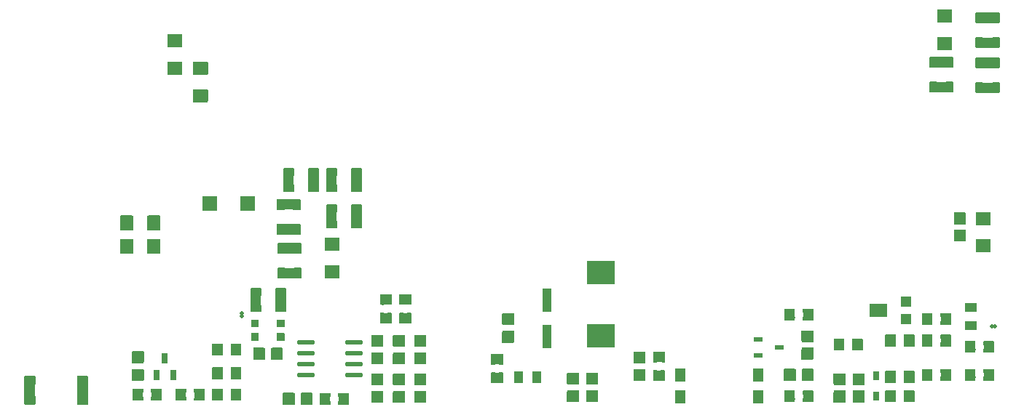
<source format=gbp>
G04*
G04 #@! TF.GenerationSoftware,Altium Limited,Altium Designer,22.0.2 (36)*
G04*
G04 Layer_Color=128*
%FSLAX25Y25*%
%MOIN*%
G70*
G04*
G04 #@! TF.SameCoordinates,859FC916-3FFD-46C2-8808-FF4F4C249E12*
G04*
G04*
G04 #@! TF.FilePolarity,Positive*
G04*
G01*
G75*
%ADD57R,0.07874X0.06000*%
%ADD58R,0.05118X0.04724*%
%ADD59R,0.04459X0.05421*%
%ADD60R,0.06803X0.05847*%
%ADD61R,0.11055X0.05049*%
%ADD62R,0.05510X0.03937*%
%ADD63R,0.05118X0.05906*%
%ADD64R,0.12992X0.10630*%
%ADD65R,0.05315X0.05551*%
%ADD66R,0.05421X0.04459*%
%ADD67R,0.05551X0.05315*%
%ADD68R,0.02756X0.04921*%
%ADD69C,0.01968*%
%ADD70R,0.05049X0.11055*%
%ADD71R,0.05847X0.06803*%
%ADD72R,0.03402X0.03175*%
%ADD73R,0.03937X0.05510*%
%ADD74R,0.02953X0.03937*%
%ADD75R,0.04213X0.02362*%
%ADD76R,0.04331X0.11024*%
%ADD77O,0.08051X0.02315*%
%ADD78R,0.05049X0.13606*%
%ADD79R,0.07087X0.06693*%
G36*
X180567Y172549D02*
Y167490D01*
X180173Y167096D01*
X178716D01*
X178322Y167490D01*
Y168691D01*
X177928Y169084D01*
X176402D01*
X176009Y168691D01*
Y167490D01*
X175615Y167096D01*
X174157D01*
X173764Y167490D01*
Y172549D01*
X174157Y172943D01*
X180173D01*
X180567Y172549D01*
D02*
G37*
G36*
Y160010D02*
Y154951D01*
X180173Y154557D01*
X174157D01*
X173764Y154951D01*
Y160010D01*
X174157Y160404D01*
X175615D01*
X176009Y160010D01*
Y158809D01*
X176402Y158416D01*
X177928D01*
X178322Y158809D01*
Y160010D01*
X178716Y160404D01*
X180173D01*
X180567Y160010D01*
D02*
G37*
G36*
X192378D02*
Y154951D01*
X191984Y154557D01*
X190527D01*
X190133Y154951D01*
Y156151D01*
X189739Y156545D01*
X188214D01*
X187820Y156151D01*
Y154951D01*
X187426Y154557D01*
X185968D01*
X185575Y154951D01*
Y160010D01*
X185968Y160404D01*
X191984D01*
X192378Y160010D01*
D02*
G37*
G36*
Y147470D02*
Y142411D01*
X191984Y142018D01*
X185968D01*
X185575Y142411D01*
Y147470D01*
X185968Y147864D01*
X187426D01*
X187820Y147470D01*
Y146270D01*
X188214Y145876D01*
X189739D01*
X190133Y146270D01*
Y147470D01*
X190527Y147864D01*
X191984D01*
X192378Y147470D01*
D02*
G37*
G36*
X262889Y111433D02*
Y101165D01*
X262495Y100772D01*
X258233D01*
X257840Y101165D01*
Y104026D01*
X258233Y104420D01*
X259163D01*
X259556Y104814D01*
Y107785D01*
X259163Y108179D01*
X258233D01*
X257840Y108572D01*
Y111433D01*
X258233Y111827D01*
X262495D01*
X262889Y111433D01*
D02*
G37*
G36*
X251540D02*
Y108572D01*
X251147Y108179D01*
X250217D01*
X249824Y107785D01*
Y104814D01*
X250217Y104420D01*
X251147D01*
X251540Y104026D01*
Y101165D01*
X251147Y100772D01*
X246885D01*
X246491Y101165D01*
Y111433D01*
X246885Y111827D01*
X251147D01*
X251540Y111433D01*
D02*
G37*
G36*
X243204D02*
Y101165D01*
X242810Y100772D01*
X238548D01*
X238155Y101165D01*
Y104026D01*
X238548Y104420D01*
X239478D01*
X239871Y104814D01*
Y107785D01*
X239478Y108179D01*
X238548D01*
X238155Y108572D01*
Y111433D01*
X238548Y111827D01*
X242810D01*
X243204Y111433D01*
D02*
G37*
G36*
X231855D02*
Y108572D01*
X231462Y108179D01*
X230532D01*
X230139Y107785D01*
Y104814D01*
X230532Y104420D01*
X231462D01*
X231855Y104026D01*
Y101165D01*
X231462Y100772D01*
X227200D01*
X226806Y101165D01*
Y111433D01*
X227200Y111827D01*
X231462D01*
X231855Y111433D01*
D02*
G37*
G36*
X234858Y97141D02*
Y92879D01*
X234465Y92485D01*
X231604D01*
X231210Y92879D01*
Y93808D01*
X230816Y94202D01*
X227845D01*
X227451Y93808D01*
Y92879D01*
X227058Y92485D01*
X224197D01*
X223803Y92879D01*
Y97141D01*
X224197Y97535D01*
X234465D01*
X234858Y97141D01*
D02*
G37*
G36*
Y85792D02*
Y81530D01*
X234465Y81137D01*
X224197D01*
X223803Y81530D01*
Y85792D01*
X224197Y86186D01*
X227058D01*
X227451Y85792D01*
Y84863D01*
X227845Y84469D01*
X230816D01*
X231210Y84863D01*
Y85792D01*
X231604Y86186D01*
X234465D01*
X234858Y85792D01*
D02*
G37*
G36*
X262889Y94701D02*
Y84433D01*
X262495Y84039D01*
X258233D01*
X257840Y84433D01*
Y87294D01*
X258233Y87687D01*
X259163D01*
X259556Y88081D01*
Y91053D01*
X259163Y91446D01*
X258233D01*
X257840Y91840D01*
Y94701D01*
X258233Y95095D01*
X262495D01*
X262889Y94701D01*
D02*
G37*
G36*
X251540D02*
Y91840D01*
X251147Y91446D01*
X250217D01*
X249824Y91053D01*
Y88081D01*
X250217Y87687D01*
X251147D01*
X251540Y87294D01*
Y84433D01*
X251147Y84039D01*
X246885D01*
X246491Y84433D01*
Y94701D01*
X246885Y95095D01*
X251147D01*
X251540Y94701D01*
D02*
G37*
G36*
X170610Y89622D02*
Y83606D01*
X170217Y83213D01*
X165157D01*
X164764Y83606D01*
Y85064D01*
X165157Y85458D01*
X166358D01*
X166752Y85851D01*
Y87377D01*
X166358Y87771D01*
X165157D01*
X164764Y88164D01*
Y89622D01*
X165157Y90016D01*
X170217D01*
X170610Y89622D01*
D02*
G37*
G36*
X158071D02*
Y88164D01*
X157677Y87771D01*
X156477D01*
X156083Y87377D01*
Y85851D01*
X156477Y85458D01*
X157677D01*
X158071Y85064D01*
Y83606D01*
X157677Y83213D01*
X152618D01*
X152224Y83606D01*
Y89622D01*
X152618Y90016D01*
X157677D01*
X158071Y89622D01*
D02*
G37*
G36*
X252614Y79242D02*
Y74183D01*
X252221Y73789D01*
X250763D01*
X250369Y74183D01*
Y75384D01*
X249975Y75777D01*
X248450D01*
X248056Y75384D01*
Y74183D01*
X247662Y73789D01*
X246205D01*
X245811Y74183D01*
Y79242D01*
X246205Y79636D01*
X252221D01*
X252614Y79242D01*
D02*
G37*
G36*
X170610Y78795D02*
Y72780D01*
X170217Y72386D01*
X165157D01*
X164764Y72780D01*
Y74237D01*
X165157Y74631D01*
X166358D01*
X166752Y75025D01*
Y76550D01*
X166358Y76944D01*
X165157D01*
X164764Y77338D01*
Y78795D01*
X165157Y79189D01*
X170217D01*
X170610Y78795D01*
D02*
G37*
G36*
X158071D02*
Y77338D01*
X157677Y76944D01*
X156477D01*
X156083Y76550D01*
Y75025D01*
X156477Y74631D01*
X157677D01*
X158071Y74237D01*
Y72780D01*
X157677Y72386D01*
X152618D01*
X152224Y72780D01*
Y78795D01*
X152618Y79189D01*
X157677D01*
X158071Y78795D01*
D02*
G37*
G36*
X235183Y77001D02*
Y72739D01*
X234789Y72346D01*
X231928D01*
X231534Y72739D01*
Y73669D01*
X231141Y74062D01*
X228169D01*
X227776Y73669D01*
Y72739D01*
X227382Y72346D01*
X224521D01*
X224127Y72739D01*
Y77001D01*
X224521Y77395D01*
X234789D01*
X235183Y77001D01*
D02*
G37*
G36*
X252614Y66703D02*
Y61644D01*
X252221Y61250D01*
X246205D01*
X245811Y61644D01*
Y66703D01*
X246205Y67096D01*
X247662D01*
X248056Y66703D01*
Y65502D01*
X248450Y65109D01*
X249975D01*
X250369Y65502D01*
Y66703D01*
X250763Y67096D01*
X252221D01*
X252614Y66703D01*
D02*
G37*
G36*
X235183Y65653D02*
Y61391D01*
X234789Y60997D01*
X224521D01*
X224127Y61391D01*
Y65653D01*
X224521Y66046D01*
X227382D01*
X227776Y65653D01*
Y64723D01*
X228169Y64329D01*
X231141D01*
X231534Y64723D01*
Y65653D01*
X231928Y66046D01*
X234789D01*
X235183Y65653D01*
D02*
G37*
G36*
X285391Y53719D02*
Y49192D01*
X285194Y48995D01*
X283580Y49014D01*
Y50747D01*
X281808D01*
Y48995D01*
X280155Y48995D01*
X279958Y49192D01*
Y53719D01*
X280155Y53916D01*
X285194D01*
X285391Y53719D01*
D02*
G37*
G36*
X276533Y53719D02*
Y49191D01*
X276336Y48994D01*
X274683Y49014D01*
Y50746D01*
X272911D01*
Y48975D01*
X271297Y48994D01*
X271100Y49191D01*
Y53719D01*
X271297Y53916D01*
X276336D01*
X276533Y53719D01*
D02*
G37*
G36*
X228165Y56311D02*
Y46043D01*
X227771Y45650D01*
X223509D01*
X223115Y46043D01*
Y48904D01*
X223509Y49298D01*
X224438D01*
X224832Y49692D01*
Y52663D01*
X224438Y53057D01*
X223509D01*
X223115Y53450D01*
Y56311D01*
X223509Y56705D01*
X227771D01*
X228165Y56311D01*
D02*
G37*
G36*
X216816D02*
Y53450D01*
X216422Y53057D01*
X215493D01*
X215099Y52663D01*
Y49692D01*
X215493Y49298D01*
X216422D01*
X216816Y48904D01*
Y46043D01*
X216422Y45650D01*
X212160D01*
X211767Y46043D01*
Y56311D01*
X212160Y56705D01*
X216422D01*
X216816Y56311D01*
D02*
G37*
G36*
X285194Y45451D02*
X285391Y45255D01*
Y40727D01*
X285194Y40530D01*
X280155D01*
X279958Y40727D01*
Y45255D01*
X280155Y45451D01*
X281808Y45432D01*
Y43699D01*
X283580D01*
Y45471D01*
X285194Y45451D01*
D02*
G37*
G36*
X276533Y45254D02*
Y40727D01*
X276336Y40530D01*
X271297D01*
X271100Y40727D01*
Y45254D01*
X271297Y45451D01*
X272911Y45431D01*
Y43699D01*
X274683D01*
Y45451D01*
X276336Y45451D01*
X276533Y45254D01*
D02*
G37*
G36*
X227412Y42090D02*
Y38940D01*
X227215Y38743D01*
X226317D01*
Y40200D01*
X225018D01*
Y38743D01*
X224065D01*
X223868Y38940D01*
Y42090D01*
X224065Y42287D01*
X227215D01*
X227412Y42090D01*
D02*
G37*
G36*
X215601D02*
Y38940D01*
X215404Y38743D01*
X214506D01*
Y40200D01*
X213207D01*
Y38743D01*
X212254D01*
X212057Y38940D01*
Y42090D01*
X212254Y42287D01*
X215404D01*
X215601Y42090D01*
D02*
G37*
G36*
X227412Y35791D02*
Y32680D01*
X227215Y32484D01*
X224065D01*
X223868Y32680D01*
Y35791D01*
X224065Y35987D01*
X225018D01*
Y34492D01*
X226317D01*
Y35987D01*
X227215D01*
X227412Y35791D01*
D02*
G37*
G36*
X215601D02*
Y32680D01*
X215404Y32484D01*
X212254D01*
X212057Y32680D01*
Y35791D01*
X212254Y35987D01*
X213207D01*
Y34492D01*
X214506D01*
Y35987D01*
X215404D01*
X215601Y35791D01*
D02*
G37*
G36*
X282360Y34920D02*
Y30392D01*
X282163Y30196D01*
X280509Y30215D01*
Y31947D01*
X278738D01*
Y30176D01*
X277123Y30196D01*
X276926Y30392D01*
Y34920D01*
X277123Y35117D01*
X282163D01*
X282360Y34920D01*
D02*
G37*
G36*
X272517D02*
Y30392D01*
X272320Y30196D01*
X270667Y30215D01*
Y31947D01*
X268895D01*
Y30176D01*
X267281Y30196D01*
X267084Y30392D01*
Y34920D01*
X267281Y35117D01*
X272320D01*
X272517Y34920D01*
D02*
G37*
G36*
X207675Y31042D02*
Y26002D01*
X207478Y25806D01*
X202950D01*
X202753Y26002D01*
X202773Y27656D01*
X204505D01*
Y29427D01*
X202733D01*
X202753Y31042D01*
X202950Y31239D01*
X207478D01*
X207675Y31042D01*
D02*
G37*
G36*
X199210D02*
X199190Y29427D01*
X197458D01*
Y27656D01*
X199210D01*
X199210Y26002D01*
X199013Y25806D01*
X194485D01*
X194289Y26002D01*
Y31042D01*
X194485Y31239D01*
X199013D01*
X199210Y31042D01*
D02*
G37*
G36*
X282360Y26455D02*
Y21928D01*
X282163Y21731D01*
X277123D01*
X276926Y21928D01*
Y26455D01*
X277123Y26652D01*
X278738Y26632D01*
Y24900D01*
X280509D01*
Y26652D01*
X282163Y26652D01*
X282360Y26455D01*
D02*
G37*
G36*
X272517D02*
Y21928D01*
X272320Y21731D01*
X267281D01*
X267084Y21928D01*
Y26455D01*
X267281Y26652D01*
X268895Y26632D01*
Y24900D01*
X270667D01*
Y26652D01*
X272320Y26652D01*
X272517Y26455D01*
D02*
G37*
G36*
X226441Y29139D02*
Y24100D01*
X226244Y23903D01*
X221716D01*
X221520Y24100D01*
X221539Y25753D01*
X223272D01*
Y27525D01*
X221500D01*
X221520Y29139D01*
X221716Y29336D01*
X226244D01*
X226441Y29139D01*
D02*
G37*
G36*
X217976D02*
X217957Y27525D01*
X216224D01*
Y25753D01*
X217976D01*
X217976Y24100D01*
X217779Y23903D01*
X213252D01*
X213055Y24100D01*
Y29139D01*
X213252Y29336D01*
X217779D01*
X217976Y29139D01*
D02*
G37*
G36*
X163126Y27505D02*
Y22978D01*
X162929Y22781D01*
X161315Y22801D01*
Y24533D01*
X159543D01*
Y22781D01*
X157890Y22781D01*
X157693Y22978D01*
Y27505D01*
X157890Y27702D01*
X162929D01*
X163126Y27505D01*
D02*
G37*
G36*
X162929Y19238D02*
X163126Y19041D01*
Y14513D01*
X162929Y14317D01*
X157890D01*
X157693Y14513D01*
Y19041D01*
X157890Y19238D01*
X159543Y19218D01*
Y17486D01*
X161315D01*
Y19258D01*
X162929Y19238D01*
D02*
G37*
G36*
X207675Y20215D02*
Y15176D01*
X207478Y14979D01*
X202950D01*
X202753Y15176D01*
X202773Y16829D01*
X204505D01*
Y18601D01*
X202733D01*
X202753Y20215D01*
X202950Y20412D01*
X207478D01*
X207675Y20215D01*
D02*
G37*
G36*
X199210D02*
X199190Y18601D01*
X197458D01*
Y16829D01*
X199210D01*
X199210Y15176D01*
X199013Y14979D01*
X194485D01*
X194289Y15176D01*
Y20215D01*
X194485Y20412D01*
X199013D01*
X199210Y20215D01*
D02*
G37*
G36*
X282360Y17203D02*
Y12676D01*
X282163Y12479D01*
X280509Y12499D01*
Y14231D01*
X278738D01*
Y12459D01*
X277123Y12479D01*
X276926Y12676D01*
Y17203D01*
X277123Y17400D01*
X282163D01*
X282360Y17203D01*
D02*
G37*
G36*
X272517Y17203D02*
Y12676D01*
X272320Y12479D01*
X270667Y12498D01*
Y14231D01*
X268895D01*
Y12459D01*
X267281Y12479D01*
X267084Y12676D01*
Y17203D01*
X267281Y17400D01*
X272320D01*
X272517Y17203D01*
D02*
G37*
G36*
X282360Y8739D02*
Y4211D01*
X282163Y4014D01*
X277123D01*
X276926Y4211D01*
Y8739D01*
X277123Y8936D01*
X278738Y8916D01*
Y7184D01*
X280509D01*
Y8936D01*
X282163Y8936D01*
X282360Y8739D01*
D02*
G37*
G36*
X272517Y8739D02*
Y4211D01*
X272320Y4014D01*
X267281D01*
X267084Y4211D01*
Y8739D01*
X267281Y8935D01*
X268895Y8916D01*
Y7183D01*
X270667D01*
Y8935D01*
X272320Y8935D01*
X272517Y8739D01*
D02*
G37*
G36*
X190942Y10373D02*
Y5333D01*
X190745Y5136D01*
X186218D01*
X186021Y5333D01*
X186041Y6948D01*
X187773D01*
Y8719D01*
X186021D01*
X186021Y10373D01*
X186218Y10570D01*
X190745D01*
X190942Y10373D01*
D02*
G37*
G36*
X182477D02*
X182458Y8719D01*
X180726D01*
Y6948D01*
X182497D01*
X182477Y5333D01*
X182281Y5136D01*
X177753D01*
X177556Y5333D01*
Y10373D01*
X177753Y10570D01*
X182281D01*
X182477Y10373D01*
D02*
G37*
G36*
X171257D02*
Y5333D01*
X171061Y5136D01*
X166533D01*
X166336Y5333D01*
X166356Y6948D01*
X168088D01*
Y8719D01*
X166336D01*
X166336Y10373D01*
X166533Y10570D01*
X171061D01*
X171257Y10373D01*
D02*
G37*
G36*
X162793D02*
X162773Y8719D01*
X161041D01*
Y6948D01*
X162813D01*
X162793Y5333D01*
X162596Y5136D01*
X158069D01*
X157872Y5333D01*
Y10373D01*
X158069Y10570D01*
X162596D01*
X162793Y10373D01*
D02*
G37*
G36*
X207675Y10373D02*
Y5333D01*
X207478Y5136D01*
X202950D01*
X202753Y5333D01*
X202773Y6987D01*
X204505D01*
Y8758D01*
X202733D01*
X202753Y10373D01*
X202950Y10569D01*
X207478D01*
X207675Y10373D01*
D02*
G37*
G36*
X199210D02*
X199190Y8758D01*
X197458D01*
Y6987D01*
X199210D01*
X199210Y5333D01*
X199013Y5136D01*
X194485D01*
X194289Y5333D01*
Y10373D01*
X194485Y10569D01*
X199013D01*
X199210Y10373D01*
D02*
G37*
G36*
X240056Y8483D02*
Y3444D01*
X239860Y3247D01*
X235332D01*
X235135Y3444D01*
X235155Y5097D01*
X236887D01*
Y6869D01*
X235115D01*
X235135Y8483D01*
X235332Y8680D01*
X239860D01*
X240056Y8483D01*
D02*
G37*
G36*
X231592D02*
X231572Y6869D01*
X229840D01*
Y5097D01*
X231592D01*
X231592Y3444D01*
X231395Y3247D01*
X226868D01*
X226671Y3444D01*
Y8483D01*
X226868Y8680D01*
X231395D01*
X231592Y8483D01*
D02*
G37*
G36*
X256887Y8404D02*
Y3365D01*
X256691Y3168D01*
X252163D01*
X251966Y3365D01*
X251986Y4979D01*
X253718D01*
Y6751D01*
X251966D01*
X251966Y8404D01*
X252163Y8601D01*
X256691D01*
X256887Y8404D01*
D02*
G37*
G36*
X248423D02*
X248403Y6751D01*
X246671D01*
Y4979D01*
X248443D01*
X248423Y3365D01*
X248226Y3168D01*
X243698D01*
X243501Y3365D01*
Y8404D01*
X243698Y8601D01*
X248226D01*
X248423Y8404D01*
D02*
G37*
G36*
X137562Y16231D02*
Y3412D01*
X137168Y3018D01*
X132906D01*
X132512Y3412D01*
Y7115D01*
X132906Y7508D01*
X133835D01*
X134229Y7902D01*
Y11741D01*
X133835Y12134D01*
X132906D01*
X132512Y12528D01*
Y16231D01*
X132906Y16624D01*
X137168D01*
X137562Y16231D01*
D02*
G37*
G36*
X113418D02*
Y12528D01*
X113024Y12134D01*
X112095D01*
X111701Y11741D01*
Y7902D01*
X112095Y7508D01*
X113024D01*
X113418Y7115D01*
Y3412D01*
X113024Y3018D01*
X108762D01*
X108368Y3412D01*
Y16231D01*
X108762Y16624D01*
X113024D01*
X113418Y16231D01*
D02*
G37*
G36*
X532929Y184026D02*
Y178967D01*
X532536Y178573D01*
X531078D01*
X530684Y178967D01*
Y180167D01*
X530290Y180561D01*
X528765D01*
X528371Y180167D01*
Y178967D01*
X527977Y178573D01*
X526520D01*
X526126Y178967D01*
Y184026D01*
X526520Y184419D01*
X532536D01*
X532929Y184026D01*
D02*
G37*
G36*
X554740Y182771D02*
Y178509D01*
X554347Y178115D01*
X551486D01*
X551092Y178509D01*
Y179438D01*
X550698Y179832D01*
X547727D01*
X547333Y179438D01*
Y178509D01*
X546940Y178115D01*
X544079D01*
X543685Y178509D01*
Y182771D01*
X544079Y183165D01*
X554347D01*
X554740Y182771D01*
D02*
G37*
G36*
Y171422D02*
Y167160D01*
X554347Y166767D01*
X544079D01*
X543685Y167160D01*
Y171422D01*
X544079Y171816D01*
X546940D01*
X547333Y171422D01*
Y170493D01*
X547727Y170099D01*
X550698D01*
X551092Y170493D01*
Y171422D01*
X551486Y171816D01*
X554347D01*
X554740Y171422D01*
D02*
G37*
G36*
X532929Y171486D02*
Y166427D01*
X532536Y166033D01*
X526520D01*
X526126Y166427D01*
Y171486D01*
X526520Y171880D01*
X527977D01*
X528371Y171486D01*
Y170286D01*
X528765Y169892D01*
X530290D01*
X530684Y170286D01*
Y171486D01*
X531078Y171880D01*
X532536D01*
X532929Y171486D01*
D02*
G37*
G36*
X533480Y162367D02*
Y158105D01*
X533087Y157712D01*
X530226D01*
X529832Y158105D01*
Y159035D01*
X529438Y159428D01*
X526467D01*
X526073Y159035D01*
Y158105D01*
X525680Y157712D01*
X522819D01*
X522425Y158105D01*
Y162367D01*
X522819Y162761D01*
X533087D01*
X533480Y162367D01*
D02*
G37*
G36*
X554740Y162101D02*
Y157840D01*
X554347Y157446D01*
X551486D01*
X551092Y157840D01*
Y158769D01*
X550698Y159163D01*
X547727D01*
X547333Y158769D01*
Y157840D01*
X546940Y157446D01*
X544079D01*
X543685Y157840D01*
Y162101D01*
X544079Y162495D01*
X554347D01*
X554740Y162101D01*
D02*
G37*
G36*
X533480Y151019D02*
Y146757D01*
X533087Y146363D01*
X522819D01*
X522425Y146757D01*
Y151019D01*
X522819Y151412D01*
X525680D01*
X526073Y151019D01*
Y150089D01*
X526467Y149696D01*
X529438D01*
X529832Y150089D01*
Y151019D01*
X530226Y151412D01*
X533087D01*
X533480Y151019D01*
D02*
G37*
G36*
X554740Y150753D02*
Y146491D01*
X554347Y146098D01*
X544079D01*
X543685Y146491D01*
Y150753D01*
X544079Y151147D01*
X546940D01*
X547333Y150753D01*
Y149824D01*
X547727Y149430D01*
X550698D01*
X551092Y149824D01*
Y150753D01*
X551486Y151147D01*
X554347D01*
X554740Y150753D01*
D02*
G37*
G36*
X539213Y91240D02*
Y86712D01*
X539016Y86516D01*
X537401Y86535D01*
Y88268D01*
X535630D01*
Y86516D01*
X533977Y86516D01*
X533780Y86712D01*
Y91240D01*
X533977Y91437D01*
X539016D01*
X539213Y91240D01*
D02*
G37*
G36*
X550646Y91112D02*
Y86053D01*
X550252Y85659D01*
X548794D01*
X548401Y86053D01*
Y87254D01*
X548007Y87647D01*
X546481D01*
X546088Y87254D01*
Y86053D01*
X545694Y85659D01*
X544236D01*
X543843Y86053D01*
Y91112D01*
X544236Y91506D01*
X550252D01*
X550646Y91112D01*
D02*
G37*
G36*
X539016Y82972D02*
X539213Y82775D01*
Y78248D01*
X539016Y78051D01*
X533977D01*
X533780Y78248D01*
Y82775D01*
X533977Y82972D01*
X535630Y82953D01*
Y81220D01*
X537401D01*
Y82992D01*
X539016Y82972D01*
D02*
G37*
G36*
X550646Y78573D02*
Y73514D01*
X550252Y73120D01*
X544236D01*
X543843Y73514D01*
Y78573D01*
X544236Y78966D01*
X545694D01*
X546088Y78573D01*
Y77372D01*
X546481Y76979D01*
X548007D01*
X548401Y77372D01*
Y78573D01*
X548794Y78966D01*
X550252D01*
X550646Y78573D01*
D02*
G37*
G36*
X469488Y47008D02*
Y41969D01*
X469291Y41772D01*
X464764D01*
X464567Y41969D01*
X464586Y43583D01*
X466319D01*
Y45355D01*
X464567D01*
X464567Y47008D01*
X464764Y47205D01*
X469291D01*
X469488Y47008D01*
D02*
G37*
G36*
X461023D02*
X461004Y45355D01*
X459271D01*
Y43583D01*
X461043D01*
X461023Y41969D01*
X460827Y41772D01*
X456299D01*
X456102Y41969D01*
Y47008D01*
X456299Y47205D01*
X460827D01*
X461023Y47008D01*
D02*
G37*
G36*
X332362Y44784D02*
Y40256D01*
X332165Y40059D01*
X330512Y40079D01*
Y41811D01*
X328740D01*
Y40039D01*
X327126Y40059D01*
X326929Y40256D01*
Y44784D01*
X327126Y44980D01*
X332165D01*
X332362Y44784D01*
D02*
G37*
G36*
X532480Y45039D02*
Y40000D01*
X532283Y39803D01*
X527756D01*
X527559Y40000D01*
X527579Y41614D01*
X529311D01*
Y43386D01*
X527559D01*
X527559Y45039D01*
X527756Y45236D01*
X532283D01*
X532480Y45039D01*
D02*
G37*
G36*
X524016D02*
X523996Y43386D01*
X522264D01*
Y41614D01*
X524035D01*
X524016Y40000D01*
X523819Y39803D01*
X519291D01*
X519094Y40000D01*
Y45039D01*
X519291Y45236D01*
X523819D01*
X524016Y45039D01*
D02*
G37*
G36*
X332362Y36319D02*
Y31791D01*
X332165Y31595D01*
X327126D01*
X326929Y31791D01*
Y36319D01*
X327126Y36516D01*
X328740Y36496D01*
Y34764D01*
X330512D01*
Y36516D01*
X332165Y36516D01*
X332362Y36319D01*
D02*
G37*
G36*
X469370Y37106D02*
Y32579D01*
X469173Y32382D01*
X467520Y32402D01*
Y34134D01*
X465748D01*
Y32362D01*
X464134Y32382D01*
X463937Y32579D01*
Y37106D01*
X464134Y37303D01*
X469173D01*
X469370Y37106D01*
D02*
G37*
G36*
X292202Y34920D02*
Y30392D01*
X292005Y30196D01*
X290352Y30215D01*
Y31947D01*
X288580D01*
Y30176D01*
X286966Y30196D01*
X286769Y30392D01*
Y34920D01*
X286966Y35117D01*
X292005D01*
X292202Y34920D01*
D02*
G37*
G36*
X532480Y35197D02*
Y30158D01*
X532283Y29961D01*
X527756D01*
X527559Y30158D01*
X527579Y31772D01*
X529311D01*
Y33544D01*
X527559D01*
X527559Y35197D01*
X527756Y35394D01*
X532283D01*
X532480Y35197D01*
D02*
G37*
G36*
X524016D02*
X523996Y33544D01*
X522264D01*
Y31772D01*
X524035D01*
X524016Y30158D01*
X523819Y29961D01*
X519291D01*
X519094Y30158D01*
Y35197D01*
X519291Y35394D01*
X523819D01*
X524016Y35197D01*
D02*
G37*
G36*
X515748D02*
Y30158D01*
X515551Y29961D01*
X511023D01*
X510826Y30158D01*
X510846Y31772D01*
X512578D01*
Y33544D01*
X510827D01*
X510826Y35197D01*
X511023Y35394D01*
X515551D01*
X515748Y35197D01*
D02*
G37*
G36*
X507283D02*
X507264Y33544D01*
X505531D01*
Y31772D01*
X507303D01*
X507283Y30158D01*
X507086Y29961D01*
X502559D01*
X502362Y30158D01*
Y35197D01*
X502559Y35394D01*
X507086D01*
X507283Y35197D01*
D02*
G37*
G36*
X492126Y33228D02*
Y28189D01*
X491929Y27992D01*
X487402D01*
X487205Y28189D01*
X487225Y29842D01*
X488957D01*
Y31614D01*
X487185D01*
X487205Y33228D01*
X487402Y33425D01*
X491929D01*
X492126Y33228D01*
D02*
G37*
G36*
X483662D02*
X483642Y31614D01*
X481910D01*
Y29842D01*
X483662D01*
X483662Y28189D01*
X483465Y27992D01*
X478937D01*
X478740Y28189D01*
Y33228D01*
X478937Y33425D01*
X483465D01*
X483662Y33228D01*
D02*
G37*
G36*
X469370Y28642D02*
Y24114D01*
X469173Y23918D01*
X464134D01*
X463937Y24114D01*
Y28642D01*
X464134Y28839D01*
X465748Y28819D01*
Y27087D01*
X467520D01*
Y28839D01*
X469173Y28839D01*
X469370Y28642D01*
D02*
G37*
G36*
X552166Y32244D02*
Y27205D01*
X551969Y27008D01*
X547441D01*
X547244Y27205D01*
X547264Y28819D01*
X548996D01*
Y30591D01*
X547244D01*
X547244Y32244D01*
X547441Y32441D01*
X551969D01*
X552166Y32244D01*
D02*
G37*
G36*
X543701D02*
X543681Y30591D01*
X541949D01*
Y28819D01*
X543721D01*
X543701Y27205D01*
X543504Y27008D01*
X538976D01*
X538780Y27205D01*
Y32244D01*
X538976Y32441D01*
X543504D01*
X543701Y32244D01*
D02*
G37*
G36*
X292202Y26455D02*
Y21928D01*
X292005Y21731D01*
X286966D01*
X286769Y21928D01*
Y26455D01*
X286966Y26652D01*
X288580Y26632D01*
Y24900D01*
X290352D01*
Y26652D01*
X292005Y26652D01*
X292202Y26455D01*
D02*
G37*
G36*
X401536Y27362D02*
Y22835D01*
X401339Y22638D01*
X399685Y22658D01*
Y24390D01*
X397914D01*
Y22618D01*
X396299Y22638D01*
X396102Y22835D01*
Y27362D01*
X396299Y27559D01*
X401339D01*
X401536Y27362D01*
D02*
G37*
G36*
X392598Y27264D02*
Y22736D01*
X392401Y22539D01*
X390748Y22559D01*
Y24291D01*
X388976D01*
Y22520D01*
X387362Y22539D01*
X387165Y22736D01*
Y27264D01*
X387362Y27461D01*
X392401D01*
X392598Y27264D01*
D02*
G37*
G36*
X327422Y26320D02*
Y21793D01*
X327225Y21596D01*
X325611Y21616D01*
Y23348D01*
X323839D01*
Y21596D01*
X322186Y21596D01*
X321989Y21793D01*
Y26320D01*
X322186Y26517D01*
X327225D01*
X327422Y26320D01*
D02*
G37*
G36*
X401536Y18898D02*
Y14370D01*
X401339Y14173D01*
X396299D01*
X396102Y14370D01*
Y18898D01*
X396299Y19095D01*
X397914Y19075D01*
Y17343D01*
X399685D01*
Y19095D01*
X401339Y19095D01*
X401536Y18898D01*
D02*
G37*
G36*
X392598Y18799D02*
Y14272D01*
X392401Y14075D01*
X387362D01*
X387165Y14272D01*
Y18799D01*
X387362Y18996D01*
X388976Y18976D01*
Y17244D01*
X390748D01*
Y18996D01*
X392401Y18996D01*
X392598Y18799D01*
D02*
G37*
G36*
X327225Y18053D02*
X327422Y17856D01*
Y13328D01*
X327225Y13131D01*
X322186D01*
X321989Y13328D01*
Y17856D01*
X322186Y18053D01*
X323839Y18033D01*
Y16301D01*
X325611D01*
Y18072D01*
X327225Y18053D01*
D02*
G37*
G36*
X469390Y19528D02*
Y14488D01*
X469193Y14291D01*
X464665D01*
X464468Y14488D01*
X464488Y16142D01*
X466220D01*
Y17913D01*
X464449D01*
X464468Y19528D01*
X464665Y19725D01*
X469193D01*
X469390Y19528D01*
D02*
G37*
G36*
X460925D02*
X460905Y17913D01*
X459173D01*
Y16142D01*
X460925D01*
X460925Y14488D01*
X460728Y14291D01*
X456201D01*
X456004Y14488D01*
Y19528D01*
X456201Y19725D01*
X460728D01*
X460925Y19528D01*
D02*
G37*
G36*
X552165Y19449D02*
Y14410D01*
X551968Y14213D01*
X547441D01*
X547244Y14410D01*
X547264Y16024D01*
X548996D01*
Y17795D01*
X547244D01*
X547244Y19449D01*
X547441Y19646D01*
X551968D01*
X552165Y19449D01*
D02*
G37*
G36*
X543701D02*
X543681Y17795D01*
X541949D01*
Y16024D01*
X543720D01*
X543701Y14410D01*
X543504Y14213D01*
X538976D01*
X538779Y14410D01*
Y19449D01*
X538976Y19646D01*
X543504D01*
X543701Y19449D01*
D02*
G37*
G36*
X532480D02*
Y14410D01*
X532283Y14213D01*
X527756D01*
X527559Y14410D01*
X527579Y16024D01*
X529311D01*
Y17795D01*
X527559D01*
X527559Y19449D01*
X527756Y19646D01*
X532283D01*
X532480Y19449D01*
D02*
G37*
G36*
X524016D02*
X523996Y17795D01*
X522264D01*
Y16024D01*
X524035D01*
X524016Y14410D01*
X523819Y14213D01*
X519291D01*
X519094Y14410D01*
Y19449D01*
X519291Y19646D01*
X523819D01*
X524016Y19449D01*
D02*
G37*
G36*
X515748Y18464D02*
Y13425D01*
X515551Y13228D01*
X511024D01*
X510827Y13425D01*
X510847Y15079D01*
X512579D01*
Y16850D01*
X510807D01*
X510827Y18464D01*
X511024Y18661D01*
X515551D01*
X515748Y18464D01*
D02*
G37*
G36*
X507284D02*
X507264Y16850D01*
X505532D01*
Y15079D01*
X507284D01*
X507284Y13425D01*
X507087Y13228D01*
X502559D01*
X502362Y13425D01*
Y18464D01*
X502559Y18661D01*
X507087D01*
X507284Y18464D01*
D02*
G37*
G36*
X370945Y17639D02*
Y13112D01*
X370748Y12915D01*
X369094Y12935D01*
Y14667D01*
X367323D01*
Y12895D01*
X365709Y12915D01*
X365512Y13112D01*
Y17639D01*
X365709Y17836D01*
X370748D01*
X370945Y17639D01*
D02*
G37*
G36*
X362087D02*
Y13112D01*
X361890Y12915D01*
X360236Y12935D01*
Y14667D01*
X358465D01*
Y12895D01*
X356850Y12915D01*
X356653Y13112D01*
Y17639D01*
X356850Y17836D01*
X361890D01*
X362087Y17639D01*
D02*
G37*
G36*
X492992Y17421D02*
Y12894D01*
X492795Y12697D01*
X491142Y12717D01*
Y14449D01*
X489370D01*
Y12677D01*
X487756Y12697D01*
X487559Y12894D01*
Y17421D01*
X487756Y17618D01*
X492795D01*
X492992Y17421D01*
D02*
G37*
G36*
X484134D02*
Y12894D01*
X483937Y12697D01*
X482283Y12717D01*
Y14449D01*
X480512D01*
Y12677D01*
X478898Y12697D01*
X478701Y12894D01*
Y17421D01*
X478898Y17618D01*
X483937D01*
X484134Y17421D01*
D02*
G37*
G36*
X292202Y17203D02*
Y12676D01*
X292005Y12479D01*
X290352Y12499D01*
Y14231D01*
X288580D01*
Y12459D01*
X286966Y12479D01*
X286769Y12676D01*
Y17203D01*
X286966Y17400D01*
X292005D01*
X292202Y17203D01*
D02*
G37*
G36*
X370945Y9175D02*
Y4647D01*
X370748Y4450D01*
X365709D01*
X365512Y4647D01*
Y9175D01*
X365709Y9372D01*
X367323Y9352D01*
Y7620D01*
X369094D01*
Y9372D01*
X370748Y9372D01*
X370945Y9175D01*
D02*
G37*
G36*
X362087D02*
Y4647D01*
X361890Y4450D01*
X356850D01*
X356653Y4647D01*
Y9175D01*
X356850Y9372D01*
X358465Y9352D01*
Y7620D01*
X360236D01*
Y9372D01*
X361890Y9372D01*
X362087Y9175D01*
D02*
G37*
G36*
X492992Y8957D02*
Y4429D01*
X492795Y4232D01*
X487756D01*
X487559Y4429D01*
Y8957D01*
X487756Y9154D01*
X489370Y9134D01*
Y7402D01*
X491142D01*
Y9154D01*
X492795Y9154D01*
X492992Y8957D01*
D02*
G37*
G36*
X484134D02*
Y4429D01*
X483937Y4232D01*
X478898D01*
X478701Y4429D01*
Y8957D01*
X478898Y9154D01*
X480512Y9134D01*
Y7402D01*
X482283D01*
Y9154D01*
X483937Y9154D01*
X484134Y8957D01*
D02*
G37*
G36*
X292202Y8739D02*
Y4211D01*
X292005Y4014D01*
X286966D01*
X286769Y4211D01*
Y8739D01*
X286966Y8936D01*
X288580Y8916D01*
Y7184D01*
X290352D01*
Y8936D01*
X292005Y8936D01*
X292202Y8739D01*
D02*
G37*
G36*
X515748Y9606D02*
Y4567D01*
X515551Y4370D01*
X511024D01*
X510827Y4567D01*
X510847Y6181D01*
X512579D01*
Y7953D01*
X510827D01*
X510827Y9606D01*
X511024Y9803D01*
X515551D01*
X515748Y9606D01*
D02*
G37*
G36*
X507284D02*
X507264Y7953D01*
X505532D01*
Y6181D01*
X507303D01*
X507284Y4567D01*
X507087Y4370D01*
X502559D01*
X502362Y4567D01*
Y9606D01*
X502559Y9803D01*
X507087D01*
X507284Y9606D01*
D02*
G37*
G36*
X469488D02*
Y4567D01*
X469291Y4370D01*
X464764D01*
X464567Y4567D01*
X464587Y6181D01*
X466319D01*
Y7953D01*
X464567D01*
X464567Y9606D01*
X464764Y9803D01*
X469291D01*
X469488Y9606D01*
D02*
G37*
G36*
X461024D02*
X461004Y7953D01*
X459272D01*
Y6181D01*
X461044D01*
X461024Y4567D01*
X460827Y4370D01*
X456299D01*
X456103Y4567D01*
Y9606D01*
X456299Y9803D01*
X460827D01*
X461024Y9606D01*
D02*
G37*
D57*
X499213Y46458D02*
D03*
D58*
X512008Y42520D02*
D03*
Y50394D02*
D03*
D59*
X512992Y32677D02*
D03*
X505118D02*
D03*
X549409Y16929D02*
D03*
X541535D02*
D03*
X549410Y29724D02*
D03*
X541535D02*
D03*
X529724Y42520D02*
D03*
X521850D02*
D03*
X188186Y7853D02*
D03*
X180312D02*
D03*
X521850Y16929D02*
D03*
X529724D02*
D03*
X512992Y15945D02*
D03*
X505118D02*
D03*
X521850Y32677D02*
D03*
X529724D02*
D03*
X505118Y7087D02*
D03*
X512992D02*
D03*
X458858D02*
D03*
X466733D02*
D03*
X204919Y7853D02*
D03*
X197044D02*
D03*
X204919Y17695D02*
D03*
X197044D02*
D03*
X489370Y30709D02*
D03*
X481496D02*
D03*
X458858Y44488D02*
D03*
X466732D02*
D03*
X204919Y28522D02*
D03*
X197044D02*
D03*
X160627Y7853D02*
D03*
X168502D02*
D03*
X246257Y5884D02*
D03*
X254132D02*
D03*
D60*
X529528Y168957D02*
D03*
Y181496D02*
D03*
X188976Y157480D02*
D03*
Y144941D02*
D03*
X249213Y76713D02*
D03*
Y64173D02*
D03*
X547244Y88583D02*
D03*
Y76043D02*
D03*
X177165Y170020D02*
D03*
Y157480D02*
D03*
D61*
X527953Y160236D02*
D03*
Y148888D02*
D03*
X549213Y169291D02*
D03*
Y180640D02*
D03*
Y159971D02*
D03*
Y148622D02*
D03*
X229655Y63522D02*
D03*
Y74870D02*
D03*
X229331Y95010D02*
D03*
Y83661D02*
D03*
D62*
X541535Y39567D02*
D03*
Y47837D02*
D03*
D63*
X444092Y6869D02*
D03*
Y16869D02*
D03*
X408659Y6869D02*
D03*
Y16869D02*
D03*
D64*
X372047Y34950D02*
D03*
Y63976D02*
D03*
D65*
X368307Y7305D02*
D03*
Y15179D02*
D03*
X359449D02*
D03*
Y7305D02*
D03*
X289564Y14743D02*
D03*
Y6869D02*
D03*
X279722Y14743D02*
D03*
Y6869D02*
D03*
X536417Y80708D02*
D03*
Y88583D02*
D03*
X481496Y14961D02*
D03*
Y7087D02*
D03*
X490354Y14961D02*
D03*
Y7087D02*
D03*
X466732Y34646D02*
D03*
Y26772D02*
D03*
X160331Y16974D02*
D03*
Y24848D02*
D03*
X389961Y24803D02*
D03*
Y16929D02*
D03*
X269879Y24585D02*
D03*
Y32459D02*
D03*
X289564Y24585D02*
D03*
Y32459D02*
D03*
X279722Y24585D02*
D03*
Y32459D02*
D03*
X329724Y34449D02*
D03*
Y42323D02*
D03*
X269879Y6868D02*
D03*
Y14743D02*
D03*
D66*
X282675Y43286D02*
D03*
Y51160D02*
D03*
X324706Y15887D02*
D03*
Y23761D02*
D03*
X398819Y24803D02*
D03*
Y16929D02*
D03*
X273816Y43286D02*
D03*
Y51160D02*
D03*
D67*
X215909Y26541D02*
D03*
X223783D02*
D03*
X466732Y16929D02*
D03*
X458858D02*
D03*
X229525Y5884D02*
D03*
X237399D02*
D03*
D68*
X168895Y16711D02*
D03*
X176375D02*
D03*
X172635Y24585D02*
D03*
D69*
X551109Y39100D02*
D03*
X552684D02*
D03*
X208034Y43686D02*
D03*
Y45261D02*
D03*
D70*
X229331Y106299D02*
D03*
X240679D02*
D03*
X225640Y51177D02*
D03*
X214291D02*
D03*
X260364Y89567D02*
D03*
X249016D02*
D03*
X260364Y106299D02*
D03*
X249016D02*
D03*
D71*
X167687Y86614D02*
D03*
X155148D02*
D03*
X167687Y75787D02*
D03*
X155148D02*
D03*
D72*
X225640Y40351D02*
D03*
Y34420D02*
D03*
X213829Y40351D02*
D03*
Y34420D02*
D03*
D73*
X342916Y15748D02*
D03*
X334646D02*
D03*
D74*
X498228Y7087D02*
D03*
Y16319D02*
D03*
D75*
X444095Y25787D02*
D03*
Y33268D02*
D03*
X453819Y29528D02*
D03*
D76*
X347441Y50983D02*
D03*
Y34449D02*
D03*
D77*
X237222Y16711D02*
D03*
Y21711D02*
D03*
Y26711D02*
D03*
Y31711D02*
D03*
X259053Y16711D02*
D03*
Y21711D02*
D03*
Y26711D02*
D03*
Y31711D02*
D03*
D78*
X135037Y9821D02*
D03*
X110893D02*
D03*
D79*
X210597Y95451D02*
D03*
X193334D02*
D03*
M02*

</source>
